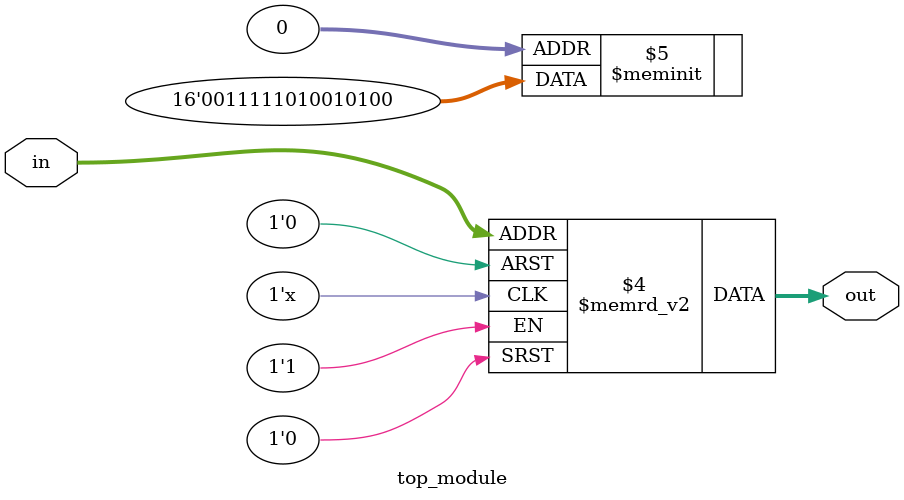
<source format=sv>
module top_module (
    input [2:0] in,
    output reg [1:0] out
);

    // Logic for addition
    always @*
    begin
        case (in)
            3'b000: out = 2'b00;
            3'b001: out = 2'b01;
            3'b010: out = 2'b01;
            3'b011: out = 2'b10;
            3'b100: out = 2'b10;
            3'b101: out = 2'b11;
            3'b110: out = 2'b11;
            3'b111: out = 2'b00;
            default: out = 2'b00;
        endcase
    end
  
endmodule

</source>
